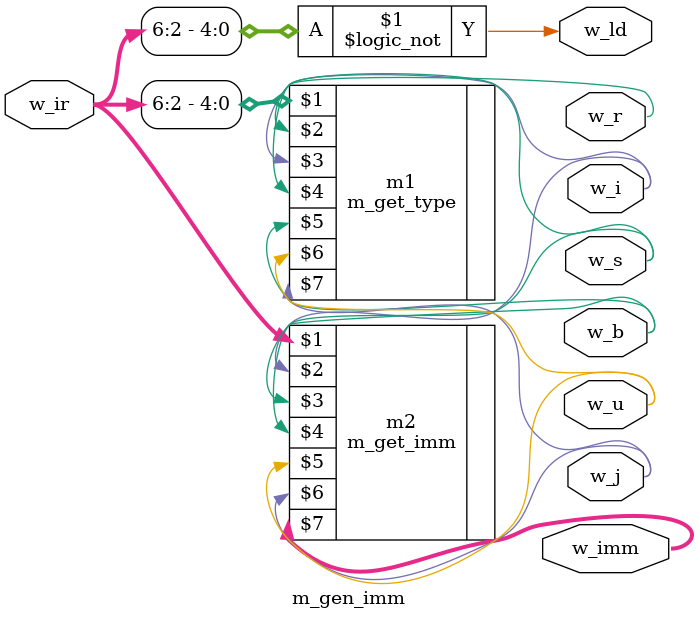
<source format=v>
`default_nettype none

`include "m_get_type.v"
`include "m_get_imm.v"

module m_gen_imm(w_ir, w_imm, w_r, w_i, w_s, w_b, w_u, w_j, w_ld);
    input wire [31:0] w_ir;
    output wire [31:0] w_imm;
    output wire w_r, w_i, w_s, w_b, w_u, w_j, w_ld;
    m_get_type m1 (w_ir[6:2], w_r, w_i, w_s, w_b, w_u, w_j);
    m_get_imm m2 (w_ir, w_i, w_s, w_b, w_u, w_j, w_imm);
    assign w_ld = (w_ir[6:2] == 0);
endmodule
</source>
